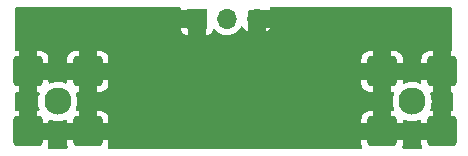
<source format=gbr>
%TF.GenerationSoftware,KiCad,Pcbnew,8.0.2*%
%TF.CreationDate,2025-01-04T01:45:43+01:00*%
%TF.ProjectId,biastee1,62696173-7465-4653-912e-6b696361645f,rev?*%
%TF.SameCoordinates,Original*%
%TF.FileFunction,Copper,L2,Bot*%
%TF.FilePolarity,Positive*%
%FSLAX46Y46*%
G04 Gerber Fmt 4.6, Leading zero omitted, Abs format (unit mm)*
G04 Created by KiCad (PCBNEW 8.0.2) date 2025-01-04 01:45:43*
%MOMM*%
%LPD*%
G01*
G04 APERTURE LIST*
G04 Aperture macros list*
%AMRoundRect*
0 Rectangle with rounded corners*
0 $1 Rounding radius*
0 $2 $3 $4 $5 $6 $7 $8 $9 X,Y pos of 4 corners*
0 Add a 4 corners polygon primitive as box body*
4,1,4,$2,$3,$4,$5,$6,$7,$8,$9,$2,$3,0*
0 Add four circle primitives for the rounded corners*
1,1,$1+$1,$2,$3*
1,1,$1+$1,$4,$5*
1,1,$1+$1,$6,$7*
1,1,$1+$1,$8,$9*
0 Add four rect primitives between the rounded corners*
20,1,$1+$1,$2,$3,$4,$5,0*
20,1,$1+$1,$4,$5,$6,$7,0*
20,1,$1+$1,$6,$7,$8,$9,0*
20,1,$1+$1,$8,$9,$2,$3,0*%
G04 Aperture macros list end*
%TA.AperFunction,ComponentPad*%
%ADD10C,2.300000*%
%TD*%
%TA.AperFunction,ComponentPad*%
%ADD11RoundRect,0.250000X-1.000000X1.000000X-1.000000X-1.000000X1.000000X-1.000000X1.000000X1.000000X0*%
%TD*%
%TA.AperFunction,ComponentPad*%
%ADD12RoundRect,0.250000X1.000000X-1.000000X1.000000X1.000000X-1.000000X1.000000X-1.000000X-1.000000X0*%
%TD*%
%TA.AperFunction,ComponentPad*%
%ADD13R,1.700000X1.700000*%
%TD*%
%TA.AperFunction,ComponentPad*%
%ADD14O,1.700000X1.700000*%
%TD*%
%TA.AperFunction,ViaPad*%
%ADD15C,0.600000*%
%TD*%
G04 APERTURE END LIST*
D10*
%TO.P,J1_rf1,1,In*%
%TO.N,Net-(J1_rf1-In)*%
X194650000Y-106000000D03*
D11*
%TO.P,J1_rf1,2,Ext*%
%TO.N,GND*%
X197190000Y-103460000D03*
X192110000Y-103460000D03*
X197190000Y-108540000D03*
X192110000Y-108540000D03*
%TD*%
D10*
%TO.P,J2_rfdc1,1,In*%
%TO.N,Net-(J2_rfdc1-In)*%
X164650000Y-106000000D03*
D12*
%TO.P,J2_rfdc1,2,Ext*%
%TO.N,GND*%
X162110000Y-108540000D03*
X167190000Y-108540000D03*
X162110000Y-103460000D03*
X167190000Y-103460000D03*
%TD*%
D13*
%TO.P,J1,1,Pin_1*%
%TO.N,GND*%
X176420000Y-99000000D03*
D14*
%TO.P,J1,2,Pin_2*%
%TO.N,Net-(J1-Pin_2)*%
X178960000Y-99000000D03*
%TO.P,J1,3,Pin_3*%
%TO.N,GND*%
X181500000Y-99000000D03*
%TD*%
D15*
%TO.N,GND*%
X184900000Y-98500000D03*
X183800000Y-104900000D03*
X175600000Y-107100000D03*
X187000000Y-104900000D03*
X172600000Y-98400000D03*
X193300000Y-98500000D03*
X186800000Y-107100000D03*
X187700000Y-98500000D03*
X178800000Y-107100000D03*
X190000000Y-104900000D03*
X170800000Y-107100000D03*
X197500000Y-101300000D03*
X180400000Y-107100000D03*
X188400000Y-107100000D03*
X172400000Y-107100000D03*
X174000000Y-109600000D03*
X164630000Y-103460000D03*
X183500000Y-98500000D03*
X174600000Y-104900000D03*
X170800000Y-104900000D03*
X188400000Y-109600000D03*
X180400000Y-109600000D03*
X169400000Y-109600000D03*
X172400000Y-109600000D03*
X182200000Y-104900000D03*
X196100000Y-98500000D03*
X171200000Y-98400000D03*
X168400000Y-98400000D03*
X176000000Y-104900000D03*
X161400000Y-98400000D03*
X177500000Y-104900000D03*
X161400000Y-99800000D03*
X169800000Y-98400000D03*
X178800000Y-109600000D03*
X186800000Y-109600000D03*
X185200000Y-107100000D03*
X175600000Y-109600000D03*
X174000000Y-98400000D03*
X190000000Y-109600000D03*
X197500000Y-98500000D03*
X189100000Y-98500000D03*
X169400000Y-104900000D03*
X190500000Y-98500000D03*
X161400000Y-101200000D03*
X188600000Y-104900000D03*
X174000000Y-107100000D03*
X179000000Y-104900000D03*
X177200000Y-107100000D03*
X194700000Y-98500000D03*
X170800000Y-109600000D03*
X172300000Y-104900000D03*
X180600000Y-104900000D03*
X169400000Y-107100000D03*
X182000000Y-109600000D03*
X197500000Y-99900000D03*
X164600000Y-108540000D03*
X183600000Y-107100000D03*
X177200000Y-109600000D03*
X167000000Y-98400000D03*
X185400000Y-104900000D03*
X186300000Y-98500000D03*
X185200000Y-109600000D03*
X190000000Y-107100000D03*
X191900000Y-98500000D03*
X164200000Y-98400000D03*
X165600000Y-98400000D03*
X182000000Y-107100000D03*
X162800000Y-98400000D03*
X162110000Y-106000000D03*
X183600000Y-109600000D03*
%TD*%
%TA.AperFunction,Conductor*%
%TO.N,GND*%
G36*
X175013039Y-98020185D02*
G01*
X175058794Y-98072989D01*
X175070000Y-98124500D01*
X175070000Y-98250000D01*
X177046000Y-98250000D01*
X177113039Y-98269685D01*
X177158794Y-98322489D01*
X177170000Y-98374000D01*
X177170000Y-100350000D01*
X177317828Y-100350000D01*
X177317844Y-100349999D01*
X177377372Y-100343598D01*
X177377379Y-100343596D01*
X177512086Y-100293354D01*
X177512093Y-100293350D01*
X177627187Y-100207190D01*
X177627190Y-100207187D01*
X177713350Y-100092093D01*
X177713354Y-100092086D01*
X177762422Y-99960529D01*
X177804293Y-99904595D01*
X177869757Y-99880178D01*
X177938030Y-99895030D01*
X177966285Y-99916181D01*
X178088599Y-100038495D01*
X178165135Y-100092086D01*
X178282165Y-100174032D01*
X178282167Y-100174033D01*
X178282170Y-100174035D01*
X178496337Y-100273903D01*
X178724592Y-100335063D01*
X178895319Y-100350000D01*
X178959999Y-100355659D01*
X178960000Y-100355659D01*
X178960001Y-100355659D01*
X179024681Y-100350000D01*
X179195408Y-100335063D01*
X179423663Y-100273903D01*
X179637830Y-100174035D01*
X179831401Y-100038495D01*
X179998495Y-99871401D01*
X180128730Y-99685405D01*
X180183307Y-99641781D01*
X180252805Y-99634587D01*
X180315160Y-99666110D01*
X180331879Y-99685405D01*
X180461890Y-99871078D01*
X180628921Y-100038109D01*
X180749999Y-100122890D01*
X180750000Y-100122890D01*
X182250000Y-100122890D01*
X182371078Y-100038109D01*
X182538109Y-99871078D01*
X182622890Y-99750000D01*
X182250000Y-99750000D01*
X182250000Y-100122890D01*
X180750000Y-100122890D01*
X180750000Y-98934174D01*
X181000000Y-98934174D01*
X181000000Y-99065826D01*
X181034075Y-99192993D01*
X181099901Y-99307007D01*
X181192993Y-99400099D01*
X181307007Y-99465925D01*
X181434174Y-99500000D01*
X181565826Y-99500000D01*
X181692993Y-99465925D01*
X181807007Y-99400099D01*
X181900099Y-99307007D01*
X181965925Y-99192993D01*
X182000000Y-99065826D01*
X182000000Y-98934174D01*
X181965925Y-98807007D01*
X181900099Y-98692993D01*
X181807007Y-98599901D01*
X181692993Y-98534075D01*
X181565826Y-98500000D01*
X181434174Y-98500000D01*
X181307007Y-98534075D01*
X181192993Y-98599901D01*
X181099901Y-98692993D01*
X181034075Y-98807007D01*
X181000000Y-98934174D01*
X180750000Y-98934174D01*
X180750000Y-98374000D01*
X180769685Y-98306961D01*
X180822489Y-98261206D01*
X180874000Y-98250000D01*
X182622890Y-98250000D01*
X182584815Y-98195624D01*
X182562488Y-98129418D01*
X182579498Y-98061651D01*
X182630446Y-98013837D01*
X182686390Y-98000500D01*
X197878024Y-98000500D01*
X197945063Y-98020185D01*
X197990818Y-98072989D01*
X198002007Y-98122467D01*
X198058753Y-101583967D01*
X198040170Y-101651321D01*
X197988123Y-101697935D01*
X197941528Y-101708471D01*
X197940000Y-101710000D01*
X197940000Y-103052495D01*
X197850238Y-102918156D01*
X197731844Y-102799762D01*
X197592626Y-102706740D01*
X197437936Y-102642665D01*
X197273718Y-102610000D01*
X197106282Y-102610000D01*
X196942064Y-102642665D01*
X196787374Y-102706740D01*
X196648156Y-102799762D01*
X196529762Y-102918156D01*
X196436740Y-103057374D01*
X196372665Y-103212064D01*
X196340000Y-103376282D01*
X196340000Y-103543718D01*
X196372665Y-103707936D01*
X196436740Y-103862626D01*
X196529762Y-104001844D01*
X196648156Y-104120238D01*
X196787374Y-104213260D01*
X196942064Y-104277335D01*
X197106282Y-104310000D01*
X197273718Y-104310000D01*
X197437936Y-104277335D01*
X197592626Y-104213260D01*
X197731844Y-104120238D01*
X197850238Y-104001844D01*
X197940000Y-103867504D01*
X197940000Y-105209999D01*
X197996212Y-105209999D01*
X198063251Y-105229684D01*
X198109006Y-105282488D01*
X198120195Y-105331966D01*
X198142032Y-106663967D01*
X198123449Y-106731321D01*
X198071402Y-106777935D01*
X198018049Y-106790000D01*
X197940000Y-106790000D01*
X197940000Y-108132495D01*
X197850238Y-107998156D01*
X197731844Y-107879762D01*
X197592626Y-107786740D01*
X197437936Y-107722665D01*
X197273718Y-107690000D01*
X197106282Y-107690000D01*
X196942064Y-107722665D01*
X196787374Y-107786740D01*
X196648156Y-107879762D01*
X196529762Y-107998156D01*
X196436740Y-108137374D01*
X196372665Y-108292064D01*
X196340000Y-108456282D01*
X196340000Y-108623718D01*
X196372665Y-108787936D01*
X196436740Y-108942626D01*
X196529762Y-109081844D01*
X196648156Y-109200238D01*
X196782495Y-109290000D01*
X195440001Y-109290000D01*
X195440001Y-109589986D01*
X195450494Y-109692697D01*
X195498145Y-109836496D01*
X195500547Y-109906324D01*
X195464815Y-109966366D01*
X195402295Y-109997559D01*
X195380439Y-109999500D01*
X193919561Y-109999500D01*
X193852522Y-109979815D01*
X193806767Y-109927011D01*
X193796823Y-109857853D01*
X193801855Y-109836496D01*
X193849505Y-109692697D01*
X193849506Y-109692690D01*
X193859999Y-109589986D01*
X193860000Y-109589973D01*
X193860000Y-109290000D01*
X192517505Y-109290000D01*
X192651844Y-109200238D01*
X192770238Y-109081844D01*
X192863260Y-108942626D01*
X192927335Y-108787936D01*
X192960000Y-108623718D01*
X192960000Y-108456282D01*
X192927335Y-108292064D01*
X192863260Y-108137374D01*
X192770238Y-107998156D01*
X192651844Y-107879762D01*
X192512626Y-107786740D01*
X192357936Y-107722665D01*
X192193718Y-107690000D01*
X192026282Y-107690000D01*
X191862064Y-107722665D01*
X191707374Y-107786740D01*
X191568156Y-107879762D01*
X191449762Y-107998156D01*
X191356740Y-108137374D01*
X191292665Y-108292064D01*
X191260000Y-108456282D01*
X191260000Y-108623718D01*
X191292665Y-108787936D01*
X191356740Y-108942626D01*
X191449762Y-109081844D01*
X191568156Y-109200238D01*
X191702495Y-109290000D01*
X190360001Y-109290000D01*
X190360001Y-109589986D01*
X190370494Y-109692697D01*
X190418145Y-109836496D01*
X190420547Y-109906324D01*
X190384815Y-109966366D01*
X190322295Y-109997559D01*
X190300439Y-109999500D01*
X168999561Y-109999500D01*
X168932522Y-109979815D01*
X168886767Y-109927011D01*
X168876823Y-109857853D01*
X168881855Y-109836496D01*
X168929505Y-109692697D01*
X168929506Y-109692690D01*
X168939999Y-109589986D01*
X168940000Y-109589973D01*
X168940000Y-109290000D01*
X167597505Y-109290000D01*
X167731844Y-109200238D01*
X167850238Y-109081844D01*
X167943260Y-108942626D01*
X168007335Y-108787936D01*
X168040000Y-108623718D01*
X168040000Y-108456282D01*
X168007335Y-108292064D01*
X167943260Y-108137374D01*
X167850238Y-107998156D01*
X167731844Y-107879762D01*
X167597505Y-107790000D01*
X167940000Y-107790000D01*
X168939999Y-107790000D01*
X168939999Y-107490028D01*
X168939998Y-107490013D01*
X190360000Y-107490013D01*
X190360000Y-107790000D01*
X191360000Y-107790000D01*
X191360000Y-106790000D01*
X191060028Y-106790000D01*
X191060012Y-106790001D01*
X190957302Y-106800494D01*
X190790880Y-106855641D01*
X190790875Y-106855643D01*
X190641654Y-106947684D01*
X190517684Y-107071654D01*
X190425643Y-107220875D01*
X190425641Y-107220880D01*
X190370494Y-107387302D01*
X190370493Y-107387309D01*
X190360000Y-107490013D01*
X168939998Y-107490013D01*
X168929505Y-107387302D01*
X168874358Y-107220880D01*
X168874356Y-107220875D01*
X168782315Y-107071654D01*
X168658345Y-106947684D01*
X168509124Y-106855643D01*
X168509119Y-106855641D01*
X168342697Y-106800494D01*
X168342690Y-106800493D01*
X168239986Y-106790000D01*
X167940000Y-106790000D01*
X167940000Y-107790000D01*
X167597505Y-107790000D01*
X167592626Y-107786740D01*
X167437936Y-107722665D01*
X167273718Y-107690000D01*
X167106282Y-107690000D01*
X166942064Y-107722665D01*
X166787374Y-107786740D01*
X166648156Y-107879762D01*
X166529762Y-107998156D01*
X166436740Y-108137374D01*
X166372665Y-108292064D01*
X166340000Y-108456282D01*
X166340000Y-108623718D01*
X166372665Y-108787936D01*
X166436740Y-108942626D01*
X166529762Y-109081844D01*
X166648156Y-109200238D01*
X166782495Y-109290000D01*
X165440001Y-109290000D01*
X165440001Y-109589986D01*
X165450494Y-109692697D01*
X165498145Y-109836496D01*
X165500547Y-109906324D01*
X165464815Y-109966366D01*
X165402295Y-109997559D01*
X165380439Y-109999500D01*
X163919561Y-109999500D01*
X163852522Y-109979815D01*
X163806767Y-109927011D01*
X163796823Y-109857853D01*
X163801855Y-109836496D01*
X163849505Y-109692697D01*
X163849506Y-109692690D01*
X163859999Y-109589986D01*
X163860000Y-109589973D01*
X163860000Y-109290000D01*
X162517505Y-109290000D01*
X162651844Y-109200238D01*
X162770238Y-109081844D01*
X162863260Y-108942626D01*
X162927335Y-108787936D01*
X162960000Y-108623718D01*
X162960000Y-108456282D01*
X162927335Y-108292064D01*
X162863260Y-108137374D01*
X162770238Y-107998156D01*
X162651844Y-107879762D01*
X162512626Y-107786740D01*
X162357936Y-107722665D01*
X162193718Y-107690000D01*
X162026282Y-107690000D01*
X161862064Y-107722665D01*
X161707374Y-107786740D01*
X161568156Y-107879762D01*
X161449762Y-107998156D01*
X161360000Y-108132495D01*
X161360000Y-106790000D01*
X161124000Y-106790000D01*
X161056961Y-106770315D01*
X161011206Y-106717511D01*
X161000000Y-106666000D01*
X161000000Y-105333999D01*
X161019685Y-105266960D01*
X161072489Y-105221205D01*
X161124000Y-105209999D01*
X161359999Y-105209999D01*
X162860000Y-105209999D01*
X163005161Y-105209999D01*
X163072200Y-105229684D01*
X163117955Y-105282488D01*
X163127899Y-105351646D01*
X163119722Y-105381451D01*
X163075428Y-105488385D01*
X163075427Y-105488388D01*
X163014778Y-105741009D01*
X162994396Y-106000000D01*
X163014778Y-106258990D01*
X163014779Y-106258994D01*
X163075427Y-106511610D01*
X163119721Y-106618546D01*
X163119722Y-106618547D01*
X163127191Y-106688017D01*
X163095916Y-106750496D01*
X163035827Y-106786148D01*
X163005161Y-106790000D01*
X162860000Y-106790000D01*
X162860000Y-107790000D01*
X163859999Y-107790000D01*
X163859999Y-107644838D01*
X163879684Y-107577799D01*
X163932488Y-107532044D01*
X164001646Y-107522100D01*
X164031446Y-107530275D01*
X164138390Y-107574573D01*
X164391006Y-107635221D01*
X164650000Y-107655604D01*
X164908994Y-107635221D01*
X165161610Y-107574573D01*
X165268547Y-107530277D01*
X165338017Y-107522809D01*
X165400496Y-107554084D01*
X165436148Y-107614173D01*
X165440000Y-107644839D01*
X165440000Y-107790000D01*
X166440000Y-107790000D01*
X166440000Y-106790000D01*
X166294838Y-106790000D01*
X166227799Y-106770315D01*
X166182044Y-106717511D01*
X166172100Y-106648353D01*
X166180274Y-106618556D01*
X166224573Y-106511610D01*
X166285221Y-106258994D01*
X166305604Y-106000000D01*
X166285221Y-105741006D01*
X166224573Y-105488390D01*
X166180276Y-105381449D01*
X166172808Y-105311983D01*
X166204083Y-105249503D01*
X166264172Y-105213851D01*
X166294838Y-105209999D01*
X166439999Y-105209999D01*
X167940000Y-105209999D01*
X168239972Y-105209999D01*
X168239986Y-105209998D01*
X168342697Y-105199505D01*
X168509119Y-105144358D01*
X168509124Y-105144356D01*
X168658345Y-105052315D01*
X168782315Y-104928345D01*
X168874356Y-104779124D01*
X168874358Y-104779119D01*
X168929505Y-104612697D01*
X168929506Y-104612690D01*
X168939999Y-104509986D01*
X190360001Y-104509986D01*
X190370494Y-104612697D01*
X190425641Y-104779119D01*
X190425643Y-104779124D01*
X190517684Y-104928345D01*
X190641654Y-105052315D01*
X190790875Y-105144356D01*
X190790880Y-105144358D01*
X190957302Y-105199505D01*
X190957309Y-105199506D01*
X191060019Y-105209999D01*
X191359999Y-105209999D01*
X192860000Y-105209999D01*
X193005161Y-105209999D01*
X193072200Y-105229684D01*
X193117955Y-105282488D01*
X193127899Y-105351646D01*
X193119722Y-105381451D01*
X193075428Y-105488385D01*
X193075427Y-105488388D01*
X193014778Y-105741009D01*
X192994396Y-106000000D01*
X193014778Y-106258990D01*
X193014779Y-106258994D01*
X193075427Y-106511610D01*
X193119721Y-106618546D01*
X193119722Y-106618547D01*
X193127191Y-106688017D01*
X193095916Y-106750496D01*
X193035827Y-106786148D01*
X193005161Y-106790000D01*
X192860000Y-106790000D01*
X192860000Y-107790000D01*
X193859999Y-107790000D01*
X193859999Y-107644838D01*
X193879684Y-107577799D01*
X193932488Y-107532044D01*
X194001646Y-107522100D01*
X194031446Y-107530275D01*
X194138390Y-107574573D01*
X194391006Y-107635221D01*
X194650000Y-107655604D01*
X194908994Y-107635221D01*
X195161610Y-107574573D01*
X195268547Y-107530277D01*
X195338017Y-107522809D01*
X195400496Y-107554084D01*
X195436148Y-107614173D01*
X195440000Y-107644839D01*
X195440000Y-107790000D01*
X196440000Y-107790000D01*
X196440000Y-106790000D01*
X196294838Y-106790000D01*
X196227799Y-106770315D01*
X196182044Y-106717511D01*
X196172100Y-106648353D01*
X196180274Y-106618556D01*
X196224573Y-106511610D01*
X196285221Y-106258994D01*
X196305604Y-106000000D01*
X196285221Y-105741006D01*
X196224573Y-105488390D01*
X196180276Y-105381449D01*
X196172808Y-105311983D01*
X196204083Y-105249503D01*
X196264172Y-105213851D01*
X196294838Y-105209999D01*
X196439999Y-105209999D01*
X196440000Y-105209998D01*
X196440000Y-104210000D01*
X195440001Y-104210000D01*
X195440001Y-104355161D01*
X195420316Y-104422200D01*
X195367512Y-104467955D01*
X195298354Y-104477899D01*
X195268549Y-104469722D01*
X195161614Y-104425428D01*
X195161611Y-104425427D01*
X194996665Y-104385827D01*
X194908994Y-104364779D01*
X194908992Y-104364778D01*
X194908991Y-104364778D01*
X194650000Y-104344396D01*
X194391009Y-104364778D01*
X194138389Y-104425427D01*
X194031453Y-104469722D01*
X193961983Y-104477191D01*
X193899504Y-104445916D01*
X193863852Y-104385827D01*
X193860000Y-104355161D01*
X193860000Y-104210000D01*
X192860000Y-104210000D01*
X192860000Y-105209999D01*
X191359999Y-105209999D01*
X191360000Y-105209998D01*
X191360000Y-104210000D01*
X190360001Y-104210000D01*
X190360001Y-104509986D01*
X168939999Y-104509986D01*
X168940000Y-104509973D01*
X168940000Y-104210000D01*
X167940000Y-104210000D01*
X167940000Y-105209999D01*
X166439999Y-105209999D01*
X166440000Y-105209998D01*
X166440000Y-104210000D01*
X165440001Y-104210000D01*
X165440001Y-104355161D01*
X165420316Y-104422200D01*
X165367512Y-104467955D01*
X165298354Y-104477899D01*
X165268549Y-104469722D01*
X165161614Y-104425428D01*
X165161611Y-104425427D01*
X164996665Y-104385827D01*
X164908994Y-104364779D01*
X164908992Y-104364778D01*
X164908991Y-104364778D01*
X164650000Y-104344396D01*
X164391009Y-104364778D01*
X164138389Y-104425427D01*
X164031453Y-104469722D01*
X163961983Y-104477191D01*
X163899504Y-104445916D01*
X163863852Y-104385827D01*
X163860000Y-104355161D01*
X163860000Y-104210000D01*
X162860000Y-104210000D01*
X162860000Y-105209999D01*
X161359999Y-105209999D01*
X161360000Y-105209998D01*
X161360000Y-103867504D01*
X161449762Y-104001844D01*
X161568156Y-104120238D01*
X161707374Y-104213260D01*
X161862064Y-104277335D01*
X162026282Y-104310000D01*
X162193718Y-104310000D01*
X162357936Y-104277335D01*
X162512626Y-104213260D01*
X162651844Y-104120238D01*
X162770238Y-104001844D01*
X162863260Y-103862626D01*
X162927335Y-103707936D01*
X162960000Y-103543718D01*
X162960000Y-103376282D01*
X166340000Y-103376282D01*
X166340000Y-103543718D01*
X166372665Y-103707936D01*
X166436740Y-103862626D01*
X166529762Y-104001844D01*
X166648156Y-104120238D01*
X166787374Y-104213260D01*
X166942064Y-104277335D01*
X167106282Y-104310000D01*
X167273718Y-104310000D01*
X167437936Y-104277335D01*
X167592626Y-104213260D01*
X167731844Y-104120238D01*
X167850238Y-104001844D01*
X167943260Y-103862626D01*
X168007335Y-103707936D01*
X168040000Y-103543718D01*
X168040000Y-103376282D01*
X191260000Y-103376282D01*
X191260000Y-103543718D01*
X191292665Y-103707936D01*
X191356740Y-103862626D01*
X191449762Y-104001844D01*
X191568156Y-104120238D01*
X191707374Y-104213260D01*
X191862064Y-104277335D01*
X192026282Y-104310000D01*
X192193718Y-104310000D01*
X192357936Y-104277335D01*
X192512626Y-104213260D01*
X192651844Y-104120238D01*
X192770238Y-104001844D01*
X192863260Y-103862626D01*
X192927335Y-103707936D01*
X192960000Y-103543718D01*
X192960000Y-103376282D01*
X192927335Y-103212064D01*
X192863260Y-103057374D01*
X192770238Y-102918156D01*
X192651844Y-102799762D01*
X192517505Y-102710000D01*
X192860000Y-102710000D01*
X193859999Y-102710000D01*
X193859999Y-102410028D01*
X193859998Y-102410013D01*
X195440000Y-102410013D01*
X195440000Y-102710000D01*
X196440000Y-102710000D01*
X196440000Y-101710000D01*
X196140028Y-101710000D01*
X196140012Y-101710001D01*
X196037302Y-101720494D01*
X195870880Y-101775641D01*
X195870875Y-101775643D01*
X195721654Y-101867684D01*
X195597684Y-101991654D01*
X195505643Y-102140875D01*
X195505641Y-102140880D01*
X195450494Y-102307302D01*
X195450493Y-102307309D01*
X195440000Y-102410013D01*
X193859998Y-102410013D01*
X193849505Y-102307302D01*
X193794358Y-102140880D01*
X193794356Y-102140875D01*
X193702315Y-101991654D01*
X193578345Y-101867684D01*
X193429124Y-101775643D01*
X193429119Y-101775641D01*
X193262697Y-101720494D01*
X193262690Y-101720493D01*
X193159986Y-101710000D01*
X192860000Y-101710000D01*
X192860000Y-102710000D01*
X192517505Y-102710000D01*
X192512626Y-102706740D01*
X192357936Y-102642665D01*
X192193718Y-102610000D01*
X192026282Y-102610000D01*
X191862064Y-102642665D01*
X191707374Y-102706740D01*
X191568156Y-102799762D01*
X191449762Y-102918156D01*
X191356740Y-103057374D01*
X191292665Y-103212064D01*
X191260000Y-103376282D01*
X168040000Y-103376282D01*
X168007335Y-103212064D01*
X167943260Y-103057374D01*
X167850238Y-102918156D01*
X167731844Y-102799762D01*
X167597505Y-102710000D01*
X167940000Y-102710000D01*
X168939999Y-102710000D01*
X168939999Y-102410028D01*
X168939998Y-102410013D01*
X190360000Y-102410013D01*
X190360000Y-102710000D01*
X191360000Y-102710000D01*
X191360000Y-101710000D01*
X191060028Y-101710000D01*
X191060012Y-101710001D01*
X190957302Y-101720494D01*
X190790880Y-101775641D01*
X190790875Y-101775643D01*
X190641654Y-101867684D01*
X190517684Y-101991654D01*
X190425643Y-102140875D01*
X190425641Y-102140880D01*
X190370494Y-102307302D01*
X190370493Y-102307309D01*
X190360000Y-102410013D01*
X168939998Y-102410013D01*
X168929505Y-102307302D01*
X168874358Y-102140880D01*
X168874356Y-102140875D01*
X168782315Y-101991654D01*
X168658345Y-101867684D01*
X168509124Y-101775643D01*
X168509119Y-101775641D01*
X168342697Y-101720494D01*
X168342690Y-101720493D01*
X168239986Y-101710000D01*
X167940000Y-101710000D01*
X167940000Y-102710000D01*
X167597505Y-102710000D01*
X167592626Y-102706740D01*
X167437936Y-102642665D01*
X167273718Y-102610000D01*
X167106282Y-102610000D01*
X166942064Y-102642665D01*
X166787374Y-102706740D01*
X166648156Y-102799762D01*
X166529762Y-102918156D01*
X166436740Y-103057374D01*
X166372665Y-103212064D01*
X166340000Y-103376282D01*
X162960000Y-103376282D01*
X162927335Y-103212064D01*
X162863260Y-103057374D01*
X162770238Y-102918156D01*
X162651844Y-102799762D01*
X162517505Y-102710000D01*
X162860000Y-102710000D01*
X163859999Y-102710000D01*
X163859999Y-102410028D01*
X163859998Y-102410013D01*
X165440000Y-102410013D01*
X165440000Y-102710000D01*
X166440000Y-102710000D01*
X166440000Y-101710000D01*
X166140028Y-101710000D01*
X166140012Y-101710001D01*
X166037302Y-101720494D01*
X165870880Y-101775641D01*
X165870875Y-101775643D01*
X165721654Y-101867684D01*
X165597684Y-101991654D01*
X165505643Y-102140875D01*
X165505641Y-102140880D01*
X165450494Y-102307302D01*
X165450493Y-102307309D01*
X165440000Y-102410013D01*
X163859998Y-102410013D01*
X163849505Y-102307302D01*
X163794358Y-102140880D01*
X163794356Y-102140875D01*
X163702315Y-101991654D01*
X163578345Y-101867684D01*
X163429124Y-101775643D01*
X163429119Y-101775641D01*
X163262697Y-101720494D01*
X163262690Y-101720493D01*
X163159986Y-101710000D01*
X162860000Y-101710000D01*
X162860000Y-102710000D01*
X162517505Y-102710000D01*
X162512626Y-102706740D01*
X162357936Y-102642665D01*
X162193718Y-102610000D01*
X162026282Y-102610000D01*
X161862064Y-102642665D01*
X161707374Y-102706740D01*
X161568156Y-102799762D01*
X161449762Y-102918156D01*
X161360000Y-103052495D01*
X161360000Y-101710000D01*
X161124000Y-101710000D01*
X161056961Y-101690315D01*
X161011206Y-101637511D01*
X161000000Y-101586000D01*
X161000000Y-99897844D01*
X175070000Y-99897844D01*
X175076401Y-99957372D01*
X175076403Y-99957379D01*
X175126645Y-100092086D01*
X175126649Y-100092093D01*
X175212809Y-100207187D01*
X175212812Y-100207190D01*
X175327906Y-100293350D01*
X175327913Y-100293354D01*
X175462620Y-100343596D01*
X175462627Y-100343598D01*
X175522155Y-100349999D01*
X175522172Y-100350000D01*
X175670000Y-100350000D01*
X175670000Y-99750000D01*
X175070000Y-99750000D01*
X175070000Y-99897844D01*
X161000000Y-99897844D01*
X161000000Y-98934174D01*
X175920000Y-98934174D01*
X175920000Y-99065826D01*
X175954075Y-99192993D01*
X176019901Y-99307007D01*
X176112993Y-99400099D01*
X176227007Y-99465925D01*
X176354174Y-99500000D01*
X176485826Y-99500000D01*
X176612993Y-99465925D01*
X176727007Y-99400099D01*
X176820099Y-99307007D01*
X176885925Y-99192993D01*
X176920000Y-99065826D01*
X176920000Y-98934174D01*
X176885925Y-98807007D01*
X176820099Y-98692993D01*
X176727007Y-98599901D01*
X176612993Y-98534075D01*
X176485826Y-98500000D01*
X176354174Y-98500000D01*
X176227007Y-98534075D01*
X176112993Y-98599901D01*
X176019901Y-98692993D01*
X175954075Y-98807007D01*
X175920000Y-98934174D01*
X161000000Y-98934174D01*
X161000000Y-98124500D01*
X161019685Y-98057461D01*
X161072489Y-98011706D01*
X161124000Y-98000500D01*
X174946000Y-98000500D01*
X175013039Y-98020185D01*
G37*
%TD.AperFunction*%
%TA.AperFunction,Conductor*%
G36*
X161449762Y-109081844D02*
G01*
X161568156Y-109200238D01*
X161702495Y-109290000D01*
X161484000Y-109290000D01*
X161416961Y-109270315D01*
X161371206Y-109217511D01*
X161360000Y-109166000D01*
X161360000Y-108947504D01*
X161449762Y-109081844D01*
G37*
%TD.AperFunction*%
%TA.AperFunction,Conductor*%
G36*
X197940000Y-109166000D02*
G01*
X197920315Y-109233039D01*
X197867511Y-109278794D01*
X197816000Y-109290000D01*
X197597505Y-109290000D01*
X197731844Y-109200238D01*
X197850238Y-109081844D01*
X197940000Y-108947504D01*
X197940000Y-109166000D01*
G37*
%TD.AperFunction*%
%TD*%
M02*

</source>
